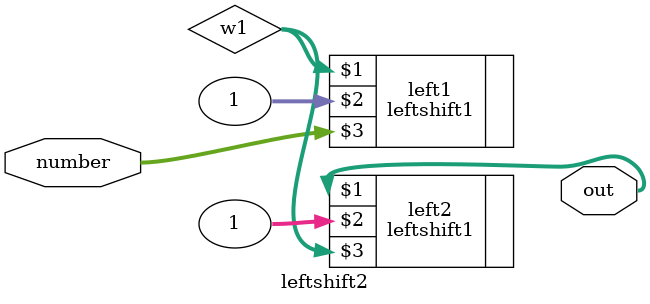
<source format=v>
module leftshift2(out, number);
    input [31:0] number;
    output [31:0] out;

    wire [31:0] w1;
    leftshift1 left1(w1, 1, number);
    leftshift1 left2(out, 1, w1);
endmodule
</source>
